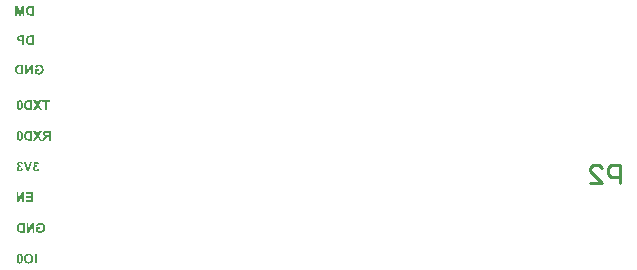
<source format=gbo>
G04*
G04 #@! TF.GenerationSoftware,Altium Limited,Altium Designer,21.0.9 (235)*
G04*
G04 Layer_Color=32896*
%FSTAX24Y24*%
%MOIN*%
G70*
G04*
G04 #@! TF.SameCoordinates,C81BF7DB-63EA-445F-9019-DF517AEC57AA*
G04*
G04*
G04 #@! TF.FilePolarity,Positive*
G04*
G01*
G75*
%ADD13C,0.0100*%
G36*
X026461Y024656D02*
X026402D01*
Y024866D01*
X026272Y024656D01*
X026207D01*
Y024975D01*
X026267D01*
Y02476D01*
X026399Y024975D01*
X026461D01*
Y024656D01*
D02*
G37*
G36*
X026678Y024981D02*
X026693Y024979D01*
X0267Y024978D01*
X026706Y024976D01*
X026712Y024975D01*
X026717Y024974D01*
X026722Y024972D01*
X026727Y02497D01*
X02673Y024969D01*
X026733Y024968D01*
X026735Y024967D01*
X026737Y024966D01*
X026738Y024965D01*
X026739D01*
X026753Y024957D01*
X026759Y024952D01*
X026765Y024947D01*
X02677Y024942D01*
X026775Y024937D01*
X02678Y024932D01*
X026784Y024927D01*
X026788Y024923D01*
X026791Y024919D01*
X026794Y024915D01*
X026796Y024912D01*
X026797Y024909D01*
X026799Y024907D01*
X026799Y024906D01*
X0268Y024905D01*
X026803Y024898D01*
X026806Y02489D01*
X026812Y024875D01*
X026815Y02486D01*
X026818Y024847D01*
X026818Y02484D01*
X026819Y024835D01*
X02682Y024829D01*
Y024825D01*
X02682Y024822D01*
Y024819D01*
Y024817D01*
Y024817D01*
X026819Y024799D01*
X026818Y024784D01*
X026814Y024769D01*
X026813Y024762D01*
X026811Y024756D01*
X026809Y024751D01*
X026808Y024746D01*
X026806Y024742D01*
X026805Y024738D01*
X026804Y024735D01*
X026803Y024733D01*
X026802Y024732D01*
Y024731D01*
X026794Y024717D01*
X026785Y024705D01*
X026776Y024695D01*
X026767Y024686D01*
X026763Y024683D01*
X026758Y024679D01*
X026755Y024677D01*
X026752Y024675D01*
X02675Y024673D01*
X026747Y024671D01*
X026746Y024671D01*
X026746Y024671D01*
X026739Y024667D01*
X026732Y024664D01*
X026716Y024659D01*
X026702Y024655D01*
X026688Y024653D01*
X026682Y024652D01*
X026676Y024651D01*
X026671Y02465D01*
X026666D01*
X026663Y02465D01*
X026658D01*
X026643Y02465D01*
X02663Y024652D01*
X026616Y024654D01*
X026605Y024657D01*
X026599Y024659D01*
X026595Y02466D01*
X026591Y024661D01*
X026587Y024662D01*
X026584Y024663D01*
X026582Y024664D01*
X026581Y024665D01*
X026581D01*
X026567Y02467D01*
X026555Y024676D01*
X026545Y024682D01*
X026536Y024687D01*
X02653Y024692D01*
X026527Y024694D01*
X026525Y024695D01*
X026524Y024697D01*
X026522Y024698D01*
X026521Y024699D01*
Y024827D01*
X02666D01*
Y024773D01*
X026587D01*
Y024732D01*
X026592Y024728D01*
X026598Y024724D01*
X026604Y024721D01*
X02661Y024718D01*
X026614Y024716D01*
X026618Y024714D01*
X026621Y024713D01*
X026621Y024713D01*
X026622D01*
X026629Y02471D01*
X026636Y024708D01*
X026643Y024707D01*
X026649Y024706D01*
X026655Y024705D01*
X026659Y024705D01*
X026662D01*
X02667Y024705D01*
X026677Y024706D01*
X026684Y024707D01*
X02669Y024709D01*
X026702Y024714D01*
X026706Y024716D01*
X026711Y024719D01*
X026715Y024722D01*
X026719Y024724D01*
X026721Y024727D01*
X026724Y024729D01*
X026726Y024731D01*
X026727Y024732D01*
X026728Y024733D01*
X026729Y024733D01*
X026733Y024739D01*
X026737Y024745D01*
X02674Y024752D01*
X026743Y024759D01*
X026748Y024773D01*
X026751Y024787D01*
X026751Y024793D01*
X026752Y0248D01*
X026753Y024805D01*
X026753Y02481D01*
X026754Y024814D01*
Y024817D01*
Y024819D01*
Y024819D01*
X026753Y024829D01*
X026753Y024838D01*
X026751Y024847D01*
X02675Y024854D01*
X026748Y024861D01*
X026746Y024868D01*
X026744Y024874D01*
X026741Y024879D01*
X026739Y024884D01*
X026737Y024888D01*
X026735Y024891D01*
X026733Y024894D01*
X026732Y024896D01*
X02673Y024898D01*
X02673Y024899D01*
X026729Y024899D01*
X026724Y024904D01*
X026719Y024908D01*
X026714Y024912D01*
X026708Y024915D01*
X026702Y024918D01*
X026697Y02492D01*
X026686Y024923D01*
X026681Y024924D01*
X026677Y024925D01*
X026672Y024926D01*
X026669Y024926D01*
X026666Y024926D01*
X026662D01*
X026652Y024926D01*
X026643Y024924D01*
X026635Y024922D01*
X026628Y02492D01*
X026623Y024917D01*
X026619Y024915D01*
X026617Y024913D01*
X026616Y024913D01*
X026609Y024907D01*
X026604Y024901D01*
X026599Y024895D01*
X026596Y024889D01*
X026593Y024884D01*
X026591Y024879D01*
X02659Y024877D01*
X02659Y024876D01*
Y024876D01*
X026526Y024888D01*
X026527Y024896D01*
X02653Y024903D01*
X026533Y02491D01*
X026537Y024917D01*
X02654Y024923D01*
X026544Y024929D01*
X026547Y024934D01*
X026551Y024938D01*
X026555Y024943D01*
X026558Y024946D01*
X026561Y02495D01*
X026563Y024952D01*
X026566Y024954D01*
X026568Y024956D01*
X026569Y024956D01*
X026569Y024957D01*
X026575Y024961D01*
X026582Y024965D01*
X02659Y024968D01*
X026598Y024971D01*
X026613Y024975D01*
X026628Y024978D01*
X026635Y02498D01*
X026641Y02498D01*
X026647Y024981D01*
X026652Y024981D01*
X026656Y024981D01*
X026662D01*
X026678Y024981D01*
D02*
G37*
G36*
X026139Y024656D02*
X026018D01*
X026005Y024656D01*
X025994Y024657D01*
X025984Y024658D01*
X025976Y024659D01*
X02597Y02466D01*
X025965Y024661D01*
X025963Y024662D01*
X025962D01*
X025961Y024662D01*
X025961D01*
X025951Y024666D01*
X025942Y02467D01*
X025934Y024674D01*
X025928Y024678D01*
X025923Y024682D01*
X025919Y024685D01*
X025917Y024687D01*
X025916Y024688D01*
X025908Y024696D01*
X025901Y024706D01*
X025895Y024715D01*
X02589Y024724D01*
X025887Y024732D01*
X025885Y024736D01*
X025884Y024738D01*
X025883Y024741D01*
X025882Y024743D01*
X025882Y024744D01*
Y024744D01*
X025878Y024756D01*
X025876Y024767D01*
X025874Y024778D01*
X025873Y024789D01*
X025872Y024794D01*
X025872Y024799D01*
Y024802D01*
X025871Y024806D01*
Y024809D01*
Y024811D01*
Y024812D01*
Y024812D01*
X025872Y024829D01*
X025873Y024843D01*
X025874Y02485D01*
X025875Y024856D01*
X025876Y024862D01*
X025876Y024867D01*
X025878Y024871D01*
X025879Y024876D01*
X02588Y024879D01*
X02588Y024882D01*
X025881Y024884D01*
X025882Y024886D01*
X025882Y024887D01*
Y024888D01*
X025886Y024899D01*
X025891Y024909D01*
X025896Y024918D01*
X025901Y024925D01*
X025906Y024931D01*
X025909Y024936D01*
X025912Y024938D01*
X025912Y024939D01*
X025912D01*
X02592Y024947D01*
X025928Y024953D01*
X025937Y024958D01*
X025944Y024962D01*
X02595Y024965D01*
X025956Y024968D01*
X025958Y024968D01*
X025959Y024969D01*
X02596Y024969D01*
X025961D01*
X025969Y024971D01*
X025979Y024973D01*
X025989Y024974D01*
X025999Y024975D01*
X026008Y024975D01*
X026011Y024975D01*
X026139D01*
Y024656D01*
D02*
G37*
G36*
X026537Y02702D02*
X026546Y027019D01*
X026554Y027017D01*
X026561Y027016D01*
X026567Y027014D01*
X026571Y027012D01*
X026574Y027011D01*
X026575Y02701D01*
X026575D01*
X026582Y027006D01*
X026589Y027002D01*
X026595Y026997D01*
X026599Y026993D01*
X026603Y026989D01*
X026606Y026986D01*
X026608Y026984D01*
X026608Y026983D01*
X026612Y026976D01*
X026616Y026968D01*
X026619Y026961D01*
X026622Y026953D01*
X026623Y026946D01*
X026625Y026941D01*
X026625Y026939D01*
Y026937D01*
X026626Y026937D01*
Y026936D01*
X026569Y026927D01*
X026568Y026934D01*
X026566Y026941D01*
X026564Y026946D01*
X026562Y02695D01*
X02656Y026954D01*
X026558Y026957D01*
X026556Y026958D01*
X026556Y026959D01*
X026552Y026962D01*
X026547Y026965D01*
X026543Y026967D01*
X026538Y026968D01*
X026535Y026969D01*
X026532Y02697D01*
X026529D01*
X026524Y026969D01*
X026518Y026968D01*
X026514Y026967D01*
X02651Y026965D01*
X026507Y026963D01*
X026505Y026962D01*
X026504Y026961D01*
X026503Y02696D01*
X0265Y026956D01*
X026498Y026952D01*
X026496Y026948D01*
X026495Y026944D01*
X026494Y02694D01*
X026494Y026937D01*
Y026935D01*
Y026934D01*
X026494Y026927D01*
X026496Y026921D01*
X026498Y026916D01*
X0265Y026912D01*
X026503Y026908D01*
X026505Y026906D01*
X026507Y026904D01*
X026507Y026904D01*
X026513Y0269D01*
X026519Y026897D01*
X026525Y026895D01*
X026531Y026894D01*
X026537Y026894D01*
X026541Y026893D01*
X026545D01*
X026552Y026844D01*
X026546Y026845D01*
X026541Y026846D01*
X026536Y026847D01*
X026532Y026848D01*
X026528Y026848D01*
X026524D01*
X026517Y026848D01*
X026512Y026846D01*
X026507Y026844D01*
X026502Y026841D01*
X026499Y026839D01*
X026496Y026837D01*
X026494Y026835D01*
X026494Y026834D01*
X02649Y026829D01*
X026486Y026823D01*
X026484Y026817D01*
X026482Y026811D01*
X026481Y026805D01*
X026481Y026801D01*
Y026798D01*
Y026798D01*
Y026798D01*
X026481Y026789D01*
X026483Y026781D01*
X026485Y026774D01*
X026487Y026768D01*
X02649Y026764D01*
X026492Y026761D01*
X026494Y026759D01*
X026494Y026758D01*
X026499Y026754D01*
X026505Y02675D01*
X02651Y026748D01*
X026515Y026746D01*
X02652Y026745D01*
X026523Y026744D01*
X026525Y026744D01*
X026526D01*
X026532Y026744D01*
X026538Y026746D01*
X026543Y026748D01*
X026548Y02675D01*
X026551Y026752D01*
X026554Y026754D01*
X026556Y026755D01*
X026556Y026755D01*
X02656Y026761D01*
X026564Y026766D01*
X026566Y026772D01*
X026569Y026778D01*
X02657Y026783D01*
X026571Y026787D01*
X026571Y02679D01*
Y02679D01*
Y026791D01*
X02663Y026783D01*
X02663Y026776D01*
X026628Y026769D01*
X026623Y026756D01*
X026618Y026745D01*
X026615Y02674D01*
X026612Y026736D01*
X02661Y026731D01*
X026607Y026728D01*
X026605Y026725D01*
X026602Y026723D01*
X0266Y026721D01*
X026599Y026719D01*
X026598Y026719D01*
X026598Y026718D01*
X026592Y026714D01*
X026586Y02671D01*
X026581Y026706D01*
X026574Y026704D01*
X026562Y026699D01*
X026551Y026696D01*
X026545Y026695D01*
X026541Y026694D01*
X026537Y026694D01*
X026533Y026694D01*
X02653Y026693D01*
X026526D01*
X026517Y026694D01*
X026509Y026694D01*
X026502Y026696D01*
X026494Y026698D01*
X026488Y0267D01*
X026481Y026702D01*
X026475Y026705D01*
X02647Y026708D01*
X026465Y026711D01*
X026461Y026713D01*
X026458Y026716D01*
X026454Y026718D01*
X026452Y02672D01*
X02645Y026721D01*
X026449Y026722D01*
X026449Y026723D01*
X026443Y026728D01*
X026439Y026734D01*
X026435Y02674D01*
X026431Y026746D01*
X026428Y026753D01*
X026425Y026759D01*
X026422Y02677D01*
X026421Y026775D01*
X02642Y02678D01*
X026419Y026784D01*
X026418Y026788D01*
X026418Y026791D01*
Y026793D01*
Y026794D01*
Y026795D01*
X026419Y026805D01*
X026421Y026815D01*
X026423Y026823D01*
X026426Y02683D01*
X026429Y026836D01*
X026432Y02684D01*
X026434Y026843D01*
X026435Y026844D01*
X026441Y026851D01*
X026448Y026857D01*
X026456Y026862D01*
X026463Y026865D01*
X026469Y026868D01*
X026474Y02687D01*
X026476Y026871D01*
X026477D01*
X026478Y026871D01*
X026478D01*
X02647Y026876D01*
X026463Y026881D01*
X026457Y026887D01*
X026452Y026892D01*
X026447Y026898D01*
X026443Y026903D01*
X026441Y026909D01*
X026438Y026914D01*
X026436Y026919D01*
X026435Y026924D01*
X026434Y026928D01*
X026433Y026931D01*
X026433Y026934D01*
X026432Y026937D01*
Y026938D01*
Y026938D01*
X026433Y026944D01*
X026433Y026949D01*
X026436Y026959D01*
X026439Y026968D01*
X026443Y026976D01*
X026447Y026983D01*
X026451Y026987D01*
X026453Y026989D01*
X026454Y026991D01*
X026454Y026991D01*
X026455Y026992D01*
X02646Y026997D01*
X026466Y027001D01*
X026471Y027005D01*
X026477Y027008D01*
X026484Y027011D01*
X02649Y027014D01*
X026502Y027017D01*
X026507Y027018D01*
X026512Y027019D01*
X026516Y02702D01*
X02652Y02702D01*
X026523Y027021D01*
X026527D01*
X026537Y02702D01*
D02*
G37*
G36*
X025991D02*
X025999Y027019D01*
X026008Y027017D01*
X026015Y027016D01*
X02602Y027014D01*
X026025Y027012D01*
X026028Y027011D01*
X026028Y02701D01*
X026028D01*
X026036Y027006D01*
X026043Y027002D01*
X026048Y026997D01*
X026053Y026993D01*
X026057Y026989D01*
X026059Y026986D01*
X026061Y026984D01*
X026062Y026983D01*
X026066Y026976D01*
X02607Y026968D01*
X026072Y026961D01*
X026075Y026953D01*
X026077Y026946D01*
X026078Y026941D01*
X026079Y026939D01*
Y026937D01*
X026079Y026937D01*
Y026936D01*
X026023Y026927D01*
X026021Y026934D01*
X02602Y026941D01*
X026018Y026946D01*
X026016Y02695D01*
X026013Y026954D01*
X026011Y026957D01*
X02601Y026958D01*
X026009Y026959D01*
X026005Y026962D01*
X026001Y026965D01*
X025996Y026967D01*
X025992Y026968D01*
X025988Y026969D01*
X025985Y02697D01*
X025983D01*
X025977Y026969D01*
X025972Y026968D01*
X025967Y026967D01*
X025964Y026965D01*
X025961Y026963D01*
X025959Y026962D01*
X025957Y026961D01*
X025957Y02696D01*
X025954Y026956D01*
X025951Y026952D01*
X025949Y026948D01*
X025949Y026944D01*
X025948Y02694D01*
X025947Y026937D01*
Y026935D01*
Y026934D01*
X025948Y026927D01*
X025949Y026921D01*
X025951Y026916D01*
X025954Y026912D01*
X025956Y026908D01*
X025958Y026906D01*
X02596Y026904D01*
X025961Y026904D01*
X025966Y0269D01*
X025972Y026897D01*
X025979Y026895D01*
X025985Y026894D01*
X02599Y026894D01*
X025995Y026893D01*
X025999D01*
X026005Y026844D01*
X025999Y026845D01*
X025994Y026846D01*
X025989Y026847D01*
X025985Y026848D01*
X025982Y026848D01*
X025977D01*
X025971Y026848D01*
X025965Y026846D01*
X02596Y026844D01*
X025955Y026841D01*
X025952Y026839D01*
X025949Y026837D01*
X025948Y026835D01*
X025947Y026834D01*
X025943Y026829D01*
X02594Y026823D01*
X025937Y026817D01*
X025936Y026811D01*
X025935Y026805D01*
X025934Y026801D01*
Y026798D01*
Y026798D01*
Y026798D01*
X025935Y026789D01*
X025936Y026781D01*
X025938Y026774D01*
X025941Y026768D01*
X025943Y026764D01*
X025945Y026761D01*
X025947Y026759D01*
X025948Y026758D01*
X025953Y026754D01*
X025958Y02675D01*
X025963Y026748D01*
X025968Y026746D01*
X025973Y026745D01*
X025976Y026744D01*
X025979Y026744D01*
X025979D01*
X025986Y026744D01*
X025991Y026746D01*
X025997Y026748D01*
X026001Y02675D01*
X026004Y026752D01*
X026007Y026754D01*
X026009Y026755D01*
X026009Y026755D01*
X026014Y026761D01*
X026017Y026766D01*
X02602Y026772D01*
X026022Y026778D01*
X026023Y026783D01*
X026024Y026787D01*
X026025Y02679D01*
Y02679D01*
Y026791D01*
X026084Y026783D01*
X026083Y026776D01*
X026081Y026769D01*
X026077Y026756D01*
X026072Y026745D01*
X026069Y02674D01*
X026066Y026736D01*
X026063Y026731D01*
X02606Y026728D01*
X026058Y026725D01*
X026056Y026723D01*
X026054Y026721D01*
X026052Y026719D01*
X026052Y026719D01*
X026051Y026718D01*
X026046Y026714D01*
X02604Y02671D01*
X026034Y026706D01*
X026028Y026704D01*
X026016Y026699D01*
X026004Y026696D01*
X025999Y026695D01*
X025994Y026694D01*
X02599Y026694D01*
X025986Y026694D01*
X025983Y026693D01*
X025979D01*
X025971Y026694D01*
X025962Y026694D01*
X025955Y026696D01*
X025948Y026698D01*
X025941Y0267D01*
X025935Y026702D01*
X025929Y026705D01*
X025924Y026708D01*
X025919Y026711D01*
X025914Y026713D01*
X025911Y026716D01*
X025908Y026718D01*
X025906Y02672D01*
X025904Y026721D01*
X025903Y026722D01*
X025902Y026723D01*
X025897Y026728D01*
X025892Y026734D01*
X025888Y02674D01*
X025884Y026746D01*
X025882Y026753D01*
X025879Y026759D01*
X025875Y02677D01*
X025874Y026775D01*
X025873Y02678D01*
X025872Y026784D01*
X025872Y026788D01*
X025871Y026791D01*
Y026793D01*
Y026794D01*
Y026795D01*
X025872Y026805D01*
X025874Y026815D01*
X025876Y026823D01*
X02588Y02683D01*
X025883Y026836D01*
X025885Y02684D01*
X025887Y026843D01*
X025888Y026844D01*
X025894Y026851D01*
X025902Y026857D01*
X025909Y026862D01*
X025916Y026865D01*
X025922Y026868D01*
X025927Y02687D01*
X025929Y026871D01*
X02593D01*
X025931Y026871D01*
X025932D01*
X025924Y026876D01*
X025917Y026881D01*
X025911Y026887D01*
X025905Y026892D01*
X0259Y026898D01*
X025897Y026903D01*
X025894Y026909D01*
X025891Y026914D01*
X025889Y026919D01*
X025888Y026924D01*
X025887Y026928D01*
X025887Y026931D01*
X025886Y026934D01*
X025886Y026937D01*
Y026938D01*
Y026938D01*
X025886Y026944D01*
X025887Y026949D01*
X025889Y026959D01*
X025893Y026968D01*
X025897Y026976D01*
X025901Y026983D01*
X025905Y026987D01*
X025906Y026989D01*
X025907Y026991D01*
X025908Y026991D01*
X025908Y026992D01*
X025913Y026997D01*
X025919Y027001D01*
X025925Y027005D01*
X025931Y027008D01*
X025937Y027011D01*
X025943Y027014D01*
X025955Y027017D01*
X02596Y027018D01*
X025965Y027019D01*
X025969Y02702D01*
X025973Y02702D01*
X025977Y027021D01*
X025981D01*
X025991Y02702D01*
D02*
G37*
G36*
X026284Y026699D02*
X026214D01*
X026101Y027019D01*
X026169D01*
X026247Y026782D01*
X026329Y027019D01*
X026398D01*
X026284Y026699D01*
D02*
G37*
G36*
X02613Y03189D02*
X026071D01*
Y032141D01*
X026008Y03189D01*
X025946D01*
X025883Y032141D01*
X025882Y03189D01*
X025823D01*
Y032209D01*
X02592D01*
X025977Y031991D01*
X026034Y032209D01*
X02613D01*
Y03189D01*
D02*
G37*
G36*
X026452D02*
X026331D01*
X026318Y03189D01*
X026307Y031891D01*
X026297Y031892D01*
X026289Y031893D01*
X026283Y031894D01*
X026278Y031895D01*
X026276Y031896D01*
X026275D01*
X026275Y031896D01*
X026274D01*
X026264Y0319D01*
X026255Y031904D01*
X026247Y031908D01*
X026241Y031912D01*
X026236Y031916D01*
X026232Y031919D01*
X02623Y031921D01*
X026229Y031922D01*
X026221Y03193D01*
X026214Y03194D01*
X026208Y031949D01*
X026203Y031958D01*
X0262Y031966D01*
X026198Y03197D01*
X026197Y031972D01*
X026196Y031975D01*
X026195Y031977D01*
X026195Y031978D01*
Y031978D01*
X026191Y03199D01*
X026189Y032001D01*
X026187Y032012D01*
X026186Y032023D01*
X026185Y032028D01*
X026185Y032033D01*
Y032036D01*
X026184Y03204D01*
Y032043D01*
Y032045D01*
Y032046D01*
Y032046D01*
X026185Y032063D01*
X026186Y032077D01*
X026187Y032084D01*
X026188Y03209D01*
X026189Y032096D01*
X02619Y032101D01*
X026191Y032106D01*
X026192Y03211D01*
X026193Y032113D01*
X026193Y032116D01*
X026194Y032118D01*
X026195Y03212D01*
X026195Y032121D01*
Y032122D01*
X026199Y032133D01*
X026204Y032143D01*
X026209Y032152D01*
X026214Y032159D01*
X026219Y032165D01*
X026222Y03217D01*
X026225Y032173D01*
X026225Y032173D01*
X026226D01*
X026233Y032181D01*
X026241Y032187D01*
X02625Y032192D01*
X026257Y032196D01*
X026263Y032199D01*
X026269Y032202D01*
X026271Y032202D01*
X026272Y032203D01*
X026273Y032203D01*
X026274D01*
X026282Y032205D01*
X026292Y032207D01*
X026302Y032208D01*
X026312Y032209D01*
X026321Y032209D01*
X026324Y032209D01*
X026452D01*
Y03189D01*
D02*
G37*
G36*
Y030906D02*
X026331D01*
X026318Y030906D01*
X026307Y030906D01*
X026297Y030907D01*
X026289Y030909D01*
X026283Y03091D01*
X026278Y030911D01*
X026276Y030912D01*
X026275D01*
X026275Y030912D01*
X026274D01*
X026264Y030916D01*
X026255Y03092D01*
X026247Y030924D01*
X026241Y030928D01*
X026236Y030932D01*
X026232Y030935D01*
X02623Y030936D01*
X026229Y030937D01*
X026221Y030946D01*
X026214Y030955D01*
X026208Y030965D01*
X026203Y030974D01*
X0262Y030982D01*
X026198Y030985D01*
X026197Y030988D01*
X026196Y030991D01*
X026195Y030993D01*
X026195Y030994D01*
Y030994D01*
X026191Y031005D01*
X026189Y031017D01*
X026187Y031028D01*
X026186Y031039D01*
X026185Y031044D01*
X026185Y031048D01*
Y031052D01*
X026184Y031056D01*
Y031058D01*
Y03106D01*
Y031062D01*
Y031062D01*
X026185Y031078D01*
X026186Y031093D01*
X026187Y0311D01*
X026188Y031106D01*
X026189Y031112D01*
X02619Y031117D01*
X026191Y031121D01*
X026192Y031125D01*
X026193Y031129D01*
X026193Y031132D01*
X026194Y031134D01*
X026195Y031136D01*
X026195Y031137D01*
Y031137D01*
X026199Y031149D01*
X026204Y031159D01*
X026209Y031167D01*
X026214Y031175D01*
X026219Y031181D01*
X026222Y031185D01*
X026225Y031188D01*
X026225Y031189D01*
X026226D01*
X026233Y031197D01*
X026241Y031203D01*
X02625Y031208D01*
X026257Y031212D01*
X026263Y031215D01*
X026269Y031217D01*
X026271Y031218D01*
X026272Y031218D01*
X026273Y031219D01*
X026274D01*
X026282Y031221D01*
X026292Y031222D01*
X026302Y031224D01*
X026312Y031224D01*
X026321Y031225D01*
X026324Y031225D01*
X026452D01*
Y030906D01*
D02*
G37*
G36*
X026129D02*
X026065D01*
Y031026D01*
X026008D01*
X026001Y031027D01*
X025994D01*
X025988Y031027D01*
X025983Y031027D01*
X025977Y031028D01*
X025973Y031028D01*
X025969D01*
X025966Y031029D01*
X025963Y031029D01*
X02596Y03103D01*
X025959D01*
X025957Y03103D01*
X025956D01*
X02595Y031032D01*
X025944Y031034D01*
X025938Y031037D01*
X025933Y031039D01*
X025929Y031042D01*
X025926Y031044D01*
X025924Y031045D01*
X025923Y031045D01*
X025917Y03105D01*
X025912Y031055D01*
X025907Y031061D01*
X025903Y031065D01*
X0259Y03107D01*
X025898Y031074D01*
X025896Y031076D01*
X025896Y031077D01*
X025892Y031085D01*
X025889Y031093D01*
X025887Y031102D01*
X025886Y03111D01*
X025885Y031116D01*
Y031119D01*
X025885Y031122D01*
Y031124D01*
Y031125D01*
Y031126D01*
Y031127D01*
X025886Y03114D01*
X025887Y031153D01*
X025891Y031163D01*
X025894Y031172D01*
X025896Y031176D01*
X025898Y031179D01*
X025899Y031182D01*
X025901Y031185D01*
X025902Y031186D01*
X025903Y031188D01*
X025904Y031188D01*
Y031189D01*
X025911Y031197D01*
X025918Y031204D01*
X025926Y03121D01*
X025933Y031214D01*
X02594Y031216D01*
X025945Y031219D01*
X025947Y031219D01*
X025948Y03122D01*
X025949Y03122D01*
X025949D01*
X025953Y031221D01*
X025958Y031222D01*
X025963Y031222D01*
X025969Y031223D01*
X025982Y031224D01*
X025995Y031225D01*
X026007D01*
X026012Y031225D01*
X026129D01*
Y030906D01*
D02*
G37*
G36*
X026608Y027889D02*
X026718Y027723D01*
X026641D01*
X026569Y027831D01*
X026499Y027723D01*
X026421D01*
X026531Y027889D01*
X026431Y028042D01*
X026506D01*
X026569Y027947D01*
X026633Y028042D01*
X026708D01*
X026608Y027889D01*
D02*
G37*
G36*
X027008Y027723D02*
X026943D01*
Y027856D01*
X026922D01*
X026916Y027856D01*
X02691Y027855D01*
X026906Y027854D01*
X026902Y027854D01*
X0269Y027853D01*
X026898Y027852D01*
X026898D01*
X026894Y027851D01*
X026891Y027849D01*
X026887Y027846D01*
X026884Y027845D01*
X026882Y027842D01*
X02688Y02784D01*
X026879Y02784D01*
X026879Y027839D01*
X026877Y027837D01*
X026874Y027834D01*
X026869Y027828D01*
X026864Y02782D01*
X026858Y027812D01*
X026853Y027804D01*
X02685Y027801D01*
X026848Y027798D01*
X026847Y027796D01*
X026845Y027794D01*
X026845Y027792D01*
X026844Y027792D01*
X026798Y027723D01*
X026721D01*
X02676Y027785D01*
X026764Y027791D01*
X026768Y027798D01*
X026772Y027803D01*
X026775Y027809D01*
X026779Y027813D01*
X026781Y027818D01*
X026787Y027825D01*
X026791Y02783D01*
X026794Y027834D01*
X026796Y027836D01*
X026797Y027837D01*
X026802Y027842D01*
X026808Y027847D01*
X026813Y027852D01*
X026819Y027856D01*
X026824Y027859D01*
X026827Y027861D01*
X02683Y027863D01*
X02683Y027864D01*
X026831D01*
X026823Y027865D01*
X026816Y027867D01*
X02681Y027869D01*
X026803Y027871D01*
X026798Y027873D01*
X026793Y027876D01*
X026788Y027878D01*
X026783Y027881D01*
X02678Y027883D01*
X026776Y027885D01*
X026774Y027888D01*
X026772Y027889D01*
X02677Y027891D01*
X026769Y027892D01*
X026768Y027893D01*
X026768Y027893D01*
X026764Y027898D01*
X026761Y027902D01*
X026755Y027913D01*
X026751Y027922D01*
X026749Y027932D01*
X026747Y02794D01*
X026747Y027943D01*
Y027947D01*
X026746Y027949D01*
Y027951D01*
Y027952D01*
Y027953D01*
X026747Y027963D01*
X026749Y027973D01*
X026751Y027981D01*
X026753Y027988D01*
X026756Y027994D01*
X026758Y027999D01*
X026759Y028D01*
X02676Y028002D01*
X026761Y028002D01*
Y028003D01*
X026766Y02801D01*
X026772Y028017D01*
X026778Y028022D01*
X026784Y028027D01*
X02679Y028029D01*
X026794Y028032D01*
X026797Y028033D01*
X026797Y028034D01*
X026798D01*
X026802Y028035D01*
X026807Y028036D01*
X026819Y028039D01*
X026831Y02804D01*
X026843Y028041D01*
X026849D01*
X026854Y028042D01*
X02686D01*
X026864Y028042D01*
X027008D01*
Y027723D01*
D02*
G37*
G36*
X026387D02*
X026266D01*
X026254Y027723D01*
X026242Y027724D01*
X026233Y027724D01*
X026225Y027726D01*
X026218Y027727D01*
X026213Y027728D01*
X026212Y027729D01*
X02621D01*
X02621Y027729D01*
X02621D01*
X026199Y027733D01*
X02619Y027737D01*
X026183Y027741D01*
X026176Y027745D01*
X026171Y027749D01*
X026168Y027752D01*
X026165Y027754D01*
X026164Y027755D01*
X026156Y027763D01*
X026149Y027773D01*
X026143Y027782D01*
X026139Y027791D01*
X026135Y027799D01*
X026133Y027803D01*
X026132Y027805D01*
X026131Y027808D01*
X026131Y02781D01*
X02613Y027811D01*
Y027811D01*
X026127Y027822D01*
X026124Y027834D01*
X026122Y027845D01*
X026121Y027856D01*
X026121Y027861D01*
X02612Y027865D01*
Y027869D01*
X02612Y027873D01*
Y027876D01*
Y027877D01*
Y027879D01*
Y027879D01*
X02612Y027895D01*
X026122Y02791D01*
X026122Y027917D01*
X026123Y027923D01*
X026124Y027929D01*
X026125Y027934D01*
X026126Y027938D01*
X026127Y027943D01*
X026128Y027946D01*
X026129Y027949D01*
X02613Y027951D01*
X02613Y027953D01*
X026131Y027954D01*
Y027955D01*
X026135Y027966D01*
X02614Y027976D01*
X026145Y027985D01*
X02615Y027992D01*
X026154Y027998D01*
X026158Y028003D01*
X02616Y028005D01*
X026161Y028006D01*
X026161D01*
X026169Y028014D01*
X026177Y02802D01*
X026185Y028025D01*
X026192Y028029D01*
X026199Y028032D01*
X026204Y028034D01*
X026206Y028035D01*
X026208Y028035D01*
X026209Y028036D01*
X026209D01*
X026218Y028038D01*
X026228Y02804D01*
X026238Y028041D01*
X026247Y028041D01*
X026256Y028042D01*
X02626Y028042D01*
X026387D01*
Y027723D01*
D02*
G37*
G36*
X025984Y028044D02*
X025991Y028043D01*
X025999Y028041D01*
X026006Y028039D01*
X026013Y028036D01*
X026019Y028034D01*
X026024Y028031D01*
X026029Y028028D01*
X026033Y028024D01*
X026037Y028022D01*
X02604Y028019D01*
X026043Y028016D01*
X026045Y028014D01*
X026046Y028012D01*
X026047Y028011D01*
X026048Y028011D01*
X026053Y028003D01*
X026058Y027994D01*
X026062Y027984D01*
X026066Y027974D01*
X026069Y027963D01*
X026071Y027952D01*
X026073Y027942D01*
X026075Y027931D01*
X026076Y027921D01*
X026077Y027912D01*
X026078Y027903D01*
X026078Y027895D01*
X026079Y027889D01*
Y027885D01*
Y027883D01*
Y027882D01*
Y027881D01*
Y027881D01*
X026078Y027864D01*
X026077Y027849D01*
X026076Y027834D01*
X026074Y027822D01*
X026072Y02781D01*
X02607Y027799D01*
X026067Y02779D01*
X026064Y027782D01*
X026062Y027775D01*
X026059Y027768D01*
X026057Y027763D01*
X026055Y027759D01*
X026053Y027756D01*
X026052Y027754D01*
X026051Y027753D01*
X026051Y027752D01*
X026045Y027746D01*
X026039Y027741D01*
X026033Y027736D01*
X026027Y027732D01*
X026021Y027728D01*
X026014Y027725D01*
X026008Y027723D01*
X026002Y027721D01*
X025997Y027719D01*
X025991Y027718D01*
X025987Y027718D01*
X025983Y027717D01*
X02598D01*
X025977Y027717D01*
X025975D01*
X025967Y027717D01*
X025959Y027718D01*
X025951Y02772D01*
X025944Y027722D01*
X025938Y027724D01*
X025932Y027727D01*
X025927Y02773D01*
X025922Y027733D01*
X025918Y027736D01*
X025913Y027739D01*
X02591Y027742D01*
X025907Y027744D01*
X025906Y027746D01*
X025904Y027748D01*
X025903Y027749D01*
X025903Y027749D01*
X025897Y027757D01*
X025893Y027767D01*
X025888Y027776D01*
X025885Y027787D01*
X025882Y027797D01*
X025879Y027808D01*
X025877Y027819D01*
X025875Y02783D01*
X025874Y02784D01*
X025873Y027849D01*
X025872Y027858D01*
X025872Y027865D01*
X025871Y027871D01*
Y027876D01*
Y027878D01*
Y027879D01*
Y02788D01*
Y02788D01*
X025872Y027897D01*
X025873Y027912D01*
X025874Y027926D01*
X025876Y027939D01*
X025879Y027951D01*
X025881Y027961D01*
X025884Y027971D01*
X025887Y02798D01*
X02589Y027987D01*
X025893Y027993D01*
X025895Y027999D01*
X025898Y028004D01*
X0259Y028007D01*
X025901Y028009D01*
X025902Y02801D01*
X025903Y028011D01*
X025908Y028017D01*
X025913Y028022D01*
X025919Y028026D01*
X025925Y02803D01*
X025931Y028034D01*
X025937Y028036D01*
X025943Y028038D01*
X025949Y02804D01*
X025955Y028041D01*
X025959Y028042D01*
X025964Y028043D01*
X025967Y028044D01*
X025971Y028044D01*
X025975D01*
X025984Y028044D01*
D02*
G37*
G36*
X026413Y029927D02*
X026353D01*
Y030138D01*
X026223Y029927D01*
X026159D01*
Y030247D01*
X026218D01*
Y030032D01*
X02635Y030247D01*
X026413D01*
Y029927D01*
D02*
G37*
G36*
X02663Y030253D02*
X026645Y030251D01*
X026651Y030249D01*
X026658Y030248D01*
X026664Y030247D01*
X026669Y030245D01*
X026673Y030243D01*
X026678Y030242D01*
X026681Y03024D01*
X026684Y03024D01*
X026687Y030238D01*
X026688Y030238D01*
X026689Y030237D01*
X02669D01*
X026704Y030228D01*
X02671Y030223D01*
X026716Y030219D01*
X026722Y030214D01*
X026727Y030209D01*
X026731Y030204D01*
X026736Y030199D01*
X026739Y030194D01*
X026742Y03019D01*
X026745Y030186D01*
X026747Y030183D01*
X026749Y03018D01*
X02675Y030179D01*
X02675Y030177D01*
X026751Y030177D01*
X026755Y030169D01*
X026758Y030162D01*
X026763Y030147D01*
X026767Y030131D01*
X026769Y030118D01*
X02677Y030112D01*
X026771Y030106D01*
X026771Y030101D01*
Y030096D01*
X026772Y030093D01*
Y03009D01*
Y030089D01*
Y030088D01*
X026771Y030071D01*
X026769Y030055D01*
X026766Y030041D01*
X026764Y030034D01*
X026762Y030028D01*
X026761Y030022D01*
X026759Y030017D01*
X026757Y030013D01*
X026756Y03001D01*
X026755Y030007D01*
X026754Y030004D01*
X026753Y030003D01*
Y030003D01*
X026745Y029989D01*
X026737Y029977D01*
X026727Y029966D01*
X026718Y029958D01*
X026714Y029954D01*
X02671Y029951D01*
X026707Y029948D01*
X026703Y029946D01*
X026701Y029944D01*
X026699Y029943D01*
X026698Y029943D01*
X026697Y029942D01*
X02669Y029938D01*
X026683Y029935D01*
X026668Y02993D01*
X026653Y029926D01*
X02664Y029924D01*
X026633Y029923D01*
X026628Y029922D01*
X026622Y029922D01*
X026618D01*
X026615Y029921D01*
X026609D01*
X026595Y029922D01*
X026581Y029924D01*
X026567Y029926D01*
X026556Y029929D01*
X026551Y02993D01*
X026546Y029931D01*
X026542Y029933D01*
X026538Y029934D01*
X026536Y029935D01*
X026534Y029936D01*
X026532Y029936D01*
X026532D01*
X026518Y029942D01*
X026506Y029948D01*
X026496Y029954D01*
X026488Y029959D01*
X026481Y029963D01*
X026479Y029965D01*
X026476Y029967D01*
X026475Y029968D01*
X026474Y029969D01*
X026473Y02997D01*
Y030099D01*
X026612D01*
Y030045D01*
X026538D01*
Y030003D01*
X026543Y029999D01*
X026549Y029996D01*
X026555Y029992D01*
X026561Y02999D01*
X026566Y029987D01*
X02657Y029985D01*
X026572Y029985D01*
X026573Y029984D01*
X026573D01*
X02658Y029981D01*
X026588Y029979D01*
X026595Y029978D01*
X026601Y029977D01*
X026606Y029977D01*
X02661Y029976D01*
X026614D01*
X026621Y029977D01*
X026628Y029978D01*
X026635Y029979D01*
X026641Y029981D01*
X026653Y029985D01*
X026658Y029988D01*
X026662Y029991D01*
X026666Y029993D01*
X02667Y029996D01*
X026673Y029998D01*
X026676Y03D01*
X026677Y030002D01*
X026679Y030003D01*
X02668Y030004D01*
X02668Y030005D01*
X026684Y03001D01*
X026688Y030017D01*
X026692Y030023D01*
X026695Y03003D01*
X026699Y030045D01*
X026702Y030058D01*
X026703Y030065D01*
X026704Y030071D01*
X026704Y030076D01*
X026705Y030082D01*
X026705Y030085D01*
Y030089D01*
Y03009D01*
Y030091D01*
X026705Y030101D01*
X026704Y030109D01*
X026703Y030118D01*
X026701Y030126D01*
X0267Y030133D01*
X026697Y030139D01*
X026695Y030145D01*
X026693Y030151D01*
X026691Y030155D01*
X026688Y03016D01*
X026686Y030163D01*
X026684Y030166D01*
X026683Y030168D01*
X026682Y030169D01*
X026681Y03017D01*
X026681Y030171D01*
X026676Y030175D01*
X02667Y03018D01*
X026665Y030183D01*
X026659Y030186D01*
X026654Y030189D01*
X026648Y030192D01*
X026638Y030195D01*
X026633Y030196D01*
X026628Y030197D01*
X026624Y030197D01*
X02662Y030198D01*
X026617Y030198D01*
X026613D01*
X026603Y030198D01*
X026594Y030196D01*
X026586Y030194D01*
X026579Y030191D01*
X026574Y030189D01*
X02657Y030186D01*
X026568Y030185D01*
X026567Y030184D01*
X026561Y030179D01*
X026555Y030173D01*
X02655Y030167D01*
X026547Y030161D01*
X026544Y030155D01*
X026542Y030151D01*
X026542Y030148D01*
X026541Y030148D01*
Y030147D01*
X026477Y030159D01*
X026479Y030167D01*
X026482Y030175D01*
X026484Y030182D01*
X026488Y030188D01*
X026491Y030195D01*
X026495Y0302D01*
X026499Y030205D01*
X026502Y03021D01*
X026506Y030214D01*
X026509Y030218D01*
X026512Y030221D01*
X026515Y030223D01*
X026517Y030225D01*
X026519Y030227D01*
X02652Y030228D01*
X02652Y030228D01*
X026527Y030233D01*
X026534Y030236D01*
X026541Y03024D01*
X026549Y030242D01*
X026564Y030247D01*
X026579Y03025D01*
X026586Y030251D01*
X026592Y030252D01*
X026598Y030252D01*
X026603Y030253D01*
X026608Y030253D01*
X026613D01*
X02663Y030253D01*
D02*
G37*
G36*
X02609Y029927D02*
X025969D01*
X025957Y029928D01*
X025945Y029928D01*
X025935Y029929D01*
X025928Y029931D01*
X025921Y029932D01*
X025916Y029933D01*
X025915Y029933D01*
X025913D01*
X025913Y029934D01*
X025912D01*
X025902Y029937D01*
X025893Y029942D01*
X025886Y029946D01*
X025879Y02995D01*
X025874Y029954D01*
X02587Y029956D01*
X025868Y029958D01*
X025867Y029959D01*
X025859Y029968D01*
X025852Y029977D01*
X025846Y029987D01*
X025842Y029996D01*
X025838Y030004D01*
X025836Y030007D01*
X025835Y03001D01*
X025834Y030013D01*
X025833Y030015D01*
X025833Y030016D01*
Y030016D01*
X02583Y030027D01*
X025827Y030039D01*
X025825Y03005D01*
X025824Y03006D01*
X025824Y030065D01*
X025823Y03007D01*
Y030074D01*
X025823Y030077D01*
Y03008D01*
Y030082D01*
Y030083D01*
Y030084D01*
X025823Y0301D01*
X025825Y030114D01*
X025825Y030121D01*
X025826Y030127D01*
X025827Y030133D01*
X025828Y030138D01*
X025829Y030143D01*
X02583Y030147D01*
X025831Y030151D01*
X025831Y030154D01*
X025832Y030156D01*
X025833Y030158D01*
X025833Y030159D01*
Y030159D01*
X025837Y03017D01*
X025843Y03018D01*
X025848Y030189D01*
X025853Y030197D01*
X025857Y030203D01*
X025861Y030207D01*
X025863Y03021D01*
X025863Y030211D01*
X025864D01*
X025872Y030218D01*
X02588Y030224D01*
X025888Y030229D01*
X025895Y030234D01*
X025902Y030237D01*
X025907Y030239D01*
X025909Y03024D01*
X02591Y03024D01*
X025911Y03024D01*
X025912D01*
X025921Y030243D01*
X02593Y030244D01*
X025941Y030246D01*
X02595Y030246D01*
X025959Y030247D01*
X025963Y030247D01*
X02609D01*
Y029927D01*
D02*
G37*
G36*
X026539Y023628D02*
X026474D01*
Y023948D01*
X026539D01*
Y023628D01*
D02*
G37*
G36*
X026285Y023953D02*
X026299Y023952D01*
X02631Y02395D01*
X02632Y023947D01*
X026325Y023946D01*
X026329Y023945D01*
X026332Y023944D01*
X026335Y023943D01*
X026337Y023942D01*
X026339Y023941D01*
X02634Y023941D01*
X02634D01*
X026349Y023937D01*
X026356Y023933D01*
X026363Y023927D01*
X026369Y023923D01*
X026374Y023919D01*
X026379Y023915D01*
X026381Y023913D01*
X026381Y023912D01*
X026382Y023912D01*
X026388Y023904D01*
X026394Y023896D01*
X026399Y02389D01*
X026404Y023883D01*
X026407Y023877D01*
X02641Y023872D01*
X02641Y02387D01*
X026411Y023869D01*
X026411Y023868D01*
Y023868D01*
X026416Y023855D01*
X02642Y023841D01*
X026422Y023827D01*
X026424Y023814D01*
X026424Y023808D01*
X026425Y023803D01*
X026425Y023798D01*
Y023794D01*
X026426Y02379D01*
Y023788D01*
Y023786D01*
Y023786D01*
X026425Y023772D01*
X026424Y023758D01*
X026422Y023746D01*
X026419Y023734D01*
X026416Y023724D01*
X026412Y023714D01*
X026409Y023705D01*
X026405Y023697D01*
X026401Y023689D01*
X026397Y023683D01*
X026393Y023678D01*
X02639Y023673D01*
X026387Y02367D01*
X026386Y023667D01*
X026384Y023666D01*
X026384Y023665D01*
X026375Y023658D01*
X026367Y023651D01*
X026358Y023645D01*
X026348Y023641D01*
X026339Y023636D01*
X026329Y023633D01*
X02632Y02363D01*
X026311Y023628D01*
X026303Y023626D01*
X026295Y023624D01*
X026288Y023623D01*
X026282Y023623D01*
X026277Y023623D01*
X026274Y023622D01*
X026271D01*
X026258Y023623D01*
X026246Y023624D01*
X026234Y023626D01*
X026223Y023629D01*
X026213Y023632D01*
X026204Y023636D01*
X026196Y02364D01*
X026188Y023644D01*
X026181Y023648D01*
X026175Y023652D01*
X02617Y023655D01*
X026166Y023659D01*
X026162Y023661D01*
X02616Y023664D01*
X026159Y023665D01*
X026158Y023665D01*
X026151Y023674D01*
X026144Y023683D01*
X026138Y023693D01*
X026134Y023703D01*
X02613Y023713D01*
X026126Y023723D01*
X026123Y023733D01*
X026121Y023743D01*
X026119Y023752D01*
X026118Y023761D01*
X026117Y023768D01*
X026116Y023775D01*
Y02378D01*
X026116Y023784D01*
Y023787D01*
Y023787D01*
X026116Y023802D01*
X026118Y023815D01*
X026119Y023828D01*
X026122Y02384D01*
X026125Y02385D01*
X026129Y02386D01*
X026133Y02387D01*
X026137Y023878D01*
X026141Y023885D01*
X026145Y023891D01*
X026149Y023897D01*
X026152Y023902D01*
X026154Y023905D01*
X026156Y023908D01*
X026158Y023909D01*
X026158Y023909D01*
X026167Y023917D01*
X026175Y023924D01*
X026185Y02393D01*
X026194Y023935D01*
X026204Y023939D01*
X026213Y023943D01*
X026222Y023946D01*
X026231Y023948D01*
X026239Y02395D01*
X026247Y023951D01*
X026254Y023952D01*
X02626Y023953D01*
X026265D01*
X026268Y023954D01*
X026271D01*
X026285Y023953D01*
D02*
G37*
G36*
X025984Y023949D02*
X025991Y023948D01*
X025999Y023946D01*
X026006Y023945D01*
X026013Y023942D01*
X026019Y023939D01*
X026024Y023936D01*
X026029Y023933D01*
X026033Y02393D01*
X026037Y023927D01*
X02604Y023924D01*
X026043Y023921D01*
X026045Y02392D01*
X026046Y023918D01*
X026047Y023917D01*
X026048Y023916D01*
X026053Y023908D01*
X026058Y023899D01*
X026062Y02389D01*
X026066Y023879D01*
X026069Y023869D01*
X026071Y023858D01*
X026073Y023847D01*
X026075Y023836D01*
X026076Y023826D01*
X026077Y023817D01*
X026078Y023808D01*
X026078Y023801D01*
X026079Y023795D01*
Y02379D01*
Y023788D01*
Y023787D01*
Y023787D01*
Y023786D01*
X026078Y023769D01*
X026077Y023754D01*
X026076Y02374D01*
X026074Y023727D01*
X026072Y023715D01*
X02607Y023705D01*
X026067Y023695D01*
X026064Y023687D01*
X026062Y02368D01*
X026059Y023674D01*
X026057Y023669D01*
X026055Y023665D01*
X026053Y023662D01*
X026052Y023659D01*
X026051Y023658D01*
X026051Y023658D01*
X026045Y023651D01*
X026039Y023646D01*
X026033Y023641D01*
X026027Y023637D01*
X026021Y023634D01*
X026014Y023631D01*
X026008Y023629D01*
X026002Y023627D01*
X025997Y023625D01*
X025991Y023624D01*
X025987Y023623D01*
X025983Y023623D01*
X02598D01*
X025977Y023622D01*
X025975D01*
X025967Y023623D01*
X025959Y023623D01*
X025951Y023625D01*
X025944Y023627D01*
X025938Y023629D01*
X025932Y023632D01*
X025927Y023635D01*
X025922Y023639D01*
X025918Y023641D01*
X025913Y023645D01*
X02591Y023647D01*
X025907Y02365D01*
X025906Y023652D01*
X025904Y023653D01*
X025903Y023654D01*
X025903Y023655D01*
X025897Y023663D01*
X025893Y023672D01*
X025888Y023682D01*
X025885Y023692D01*
X025882Y023703D01*
X025879Y023714D01*
X025877Y023725D01*
X025875Y023735D01*
X025874Y023745D01*
X025873Y023755D01*
X025872Y023763D01*
X025872Y023771D01*
X025871Y023777D01*
Y023781D01*
Y023783D01*
Y023785D01*
Y023785D01*
Y023786D01*
X025872Y023802D01*
X025873Y023817D01*
X025874Y023831D01*
X025876Y023844D01*
X025879Y023856D01*
X025881Y023867D01*
X025884Y023877D01*
X025887Y023885D01*
X02589Y023893D01*
X025893Y023899D01*
X025895Y023904D01*
X025898Y023909D01*
X0259Y023912D01*
X025901Y023914D01*
X025902Y023916D01*
X025903Y023916D01*
X025908Y023922D01*
X025913Y023927D01*
X025919Y023932D01*
X025925Y023936D01*
X025931Y023939D01*
X025937Y023941D01*
X025943Y023944D01*
X025949Y023945D01*
X025955Y023947D01*
X025959Y023948D01*
X025964Y023949D01*
X025967Y023949D01*
X025971Y02395D01*
X025975D01*
X025984Y023949D01*
D02*
G37*
G36*
X026125Y025677D02*
X026066D01*
Y025888D01*
X025936Y025677D01*
X025871D01*
Y025997D01*
X025931D01*
Y025782D01*
X026063Y025997D01*
X026125D01*
Y025677D01*
D02*
G37*
G36*
X026423D02*
X02618D01*
Y025731D01*
X026359D01*
Y025818D01*
X026198D01*
Y025872D01*
X026359D01*
Y025943D01*
X026186D01*
Y025997D01*
X026423D01*
Y025677D01*
D02*
G37*
G36*
X026608Y028912D02*
X026718Y028746D01*
X026641D01*
X026569Y028854D01*
X026499Y028746D01*
X026421D01*
X026531Y028912D01*
X026431Y029066D01*
X026506D01*
X026569Y02897D01*
X026633Y029066D01*
X026708D01*
X026608Y028912D01*
D02*
G37*
G36*
X026981Y029012D02*
X026886D01*
Y028746D01*
X026822D01*
Y029012D01*
X026727D01*
Y029066D01*
X026981D01*
Y029012D01*
D02*
G37*
G36*
X026387Y028746D02*
X026266D01*
X026254Y028747D01*
X026242Y028747D01*
X026233Y028748D01*
X026225Y028749D01*
X026218Y028751D01*
X026213Y028752D01*
X026212Y028752D01*
X02621D01*
X02621Y028753D01*
X02621D01*
X026199Y028756D01*
X02619Y02876D01*
X026183Y028765D01*
X026176Y028769D01*
X026171Y028772D01*
X026168Y028775D01*
X026165Y028777D01*
X026164Y028778D01*
X026156Y028787D01*
X026149Y028796D01*
X026143Y028806D01*
X026139Y028815D01*
X026135Y028823D01*
X026133Y028826D01*
X026132Y028829D01*
X026131Y028832D01*
X026131Y028833D01*
X02613Y028834D01*
Y028835D01*
X026127Y028846D01*
X026124Y028858D01*
X026122Y028869D01*
X026121Y028879D01*
X026121Y028884D01*
X02612Y028889D01*
Y028893D01*
X02612Y028896D01*
Y028899D01*
Y028901D01*
Y028902D01*
Y028903D01*
X02612Y028919D01*
X026122Y028933D01*
X026122Y02894D01*
X026123Y028946D01*
X026124Y028952D01*
X026125Y028957D01*
X026126Y028962D01*
X026127Y028966D01*
X026128Y02897D01*
X026129Y028973D01*
X02613Y028975D01*
X02613Y028977D01*
X026131Y028978D01*
Y028978D01*
X026135Y028989D01*
X02614Y028999D01*
X026145Y029008D01*
X02615Y029016D01*
X026154Y029022D01*
X026158Y029026D01*
X02616Y029029D01*
X026161Y02903D01*
X026161D01*
X026169Y029037D01*
X026177Y029043D01*
X026185Y029048D01*
X026192Y029052D01*
X026199Y029056D01*
X026204Y029058D01*
X026206Y029058D01*
X026208Y029059D01*
X026209Y029059D01*
X026209D01*
X026218Y029062D01*
X026228Y029063D01*
X026238Y029064D01*
X026247Y029065D01*
X026256Y029065D01*
X02626Y029066D01*
X026387D01*
Y028746D01*
D02*
G37*
G36*
X025984Y029067D02*
X025991Y029066D01*
X025999Y029064D01*
X026006Y029063D01*
X026013Y02906D01*
X026019Y029057D01*
X026024Y029054D01*
X026029Y029051D01*
X026033Y029048D01*
X026037Y029045D01*
X02604Y029042D01*
X026043Y02904D01*
X026045Y029038D01*
X026046Y029036D01*
X026047Y029035D01*
X026048Y029034D01*
X026053Y029027D01*
X026058Y029017D01*
X026062Y029008D01*
X026066Y028997D01*
X026069Y028987D01*
X026071Y028976D01*
X026073Y028965D01*
X026075Y028955D01*
X026076Y028944D01*
X026077Y028935D01*
X026078Y028926D01*
X026078Y028919D01*
X026079Y028913D01*
Y028908D01*
Y028906D01*
Y028905D01*
Y028905D01*
Y028904D01*
X026078Y028888D01*
X026077Y028872D01*
X026076Y028858D01*
X026074Y028845D01*
X026072Y028833D01*
X02607Y028823D01*
X026067Y028814D01*
X026064Y028805D01*
X026062Y028798D01*
X026059Y028792D01*
X026057Y028787D01*
X026055Y028783D01*
X026053Y02878D01*
X026052Y028778D01*
X026051Y028776D01*
X026051Y028776D01*
X026045Y028769D01*
X026039Y028764D01*
X026033Y028759D01*
X026027Y028755D01*
X026021Y028752D01*
X026014Y028749D01*
X026008Y028747D01*
X026002Y028745D01*
X025997Y028743D01*
X025991Y028742D01*
X025987Y028741D01*
X025983Y028741D01*
X02598D01*
X025977Y02874D01*
X025975D01*
X025967Y028741D01*
X025959Y028742D01*
X025951Y028743D01*
X025944Y028745D01*
X025938Y028748D01*
X025932Y02875D01*
X025927Y028754D01*
X025922Y028757D01*
X025918Y02876D01*
X025913Y028763D01*
X02591Y028766D01*
X025907Y028768D01*
X025906Y02877D01*
X025904Y028772D01*
X025903Y028772D01*
X025903Y028773D01*
X025897Y028781D01*
X025893Y02879D01*
X025888Y0288D01*
X025885Y02881D01*
X025882Y028821D01*
X025879Y028832D01*
X025877Y028843D01*
X025875Y028853D01*
X025874Y028864D01*
X025873Y028873D01*
X025872Y028882D01*
X025872Y028889D01*
X025871Y028895D01*
Y0289D01*
Y028901D01*
Y028903D01*
Y028903D01*
Y028904D01*
X025872Y02892D01*
X025873Y028936D01*
X025874Y028949D01*
X025876Y028962D01*
X025879Y028974D01*
X025881Y028985D01*
X025884Y028995D01*
X025887Y029003D01*
X02589Y029011D01*
X025893Y029017D01*
X025895Y029022D01*
X025898Y029027D01*
X0259Y02903D01*
X025901Y029033D01*
X025902Y029034D01*
X025903Y029034D01*
X025908Y02904D01*
X025913Y029046D01*
X025919Y02905D01*
X025925Y029054D01*
X025931Y029057D01*
X025937Y029059D01*
X025943Y029062D01*
X025949Y029064D01*
X025955Y029065D01*
X025959Y029066D01*
X025964Y029067D01*
X025967Y029067D01*
X025971Y029068D01*
X025975D01*
X025984Y029067D01*
D02*
G37*
%LPC*%
G36*
X026074Y024921D02*
X026032D01*
X026026Y024921D01*
X026021D01*
X026016Y02492D01*
X026012D01*
X026008Y02492D01*
X026004D01*
X025999Y024919D01*
X025996Y024919D01*
X025993Y024918D01*
X025993D01*
X025986Y024916D01*
X025981Y024914D01*
X025976Y024912D01*
X025971Y024909D01*
X025968Y024907D01*
X025965Y024905D01*
X025964Y024903D01*
X025963Y024903D01*
X025959Y024898D01*
X025955Y024893D01*
X025952Y024888D01*
X025949Y024884D01*
X025948Y024879D01*
X025946Y024875D01*
X025945Y024873D01*
X025945Y024872D01*
Y024872D01*
X025942Y024864D01*
X025941Y024855D01*
X02594Y024845D01*
X025939Y024836D01*
X025938Y024828D01*
X025938Y024824D01*
Y024821D01*
Y024819D01*
Y024817D01*
Y024816D01*
Y024815D01*
X025938Y024802D01*
X025939Y02479D01*
X02594Y02478D01*
X025941Y024772D01*
X025942Y024765D01*
X025943Y024762D01*
X025944Y024761D01*
X025944Y024759D01*
Y024757D01*
X025945Y024757D01*
Y024756D01*
X025948Y024749D01*
X02595Y024743D01*
X025953Y024738D01*
X025955Y024733D01*
X025958Y02473D01*
X02596Y024728D01*
X025961Y024726D01*
X025961Y024726D01*
X025966Y024723D01*
X02597Y02472D01*
X025974Y024718D01*
X025978Y024716D01*
X025982Y024714D01*
X025985Y024713D01*
X025986Y024713D01*
X025987D01*
X025992Y024712D01*
X025998Y024711D01*
X026005Y02471D01*
X026011D01*
X026017Y02471D01*
X026074D01*
Y024921D01*
D02*
G37*
G36*
X026387Y032155D02*
X026345D01*
X026339Y032155D01*
X026334D01*
X026329Y032154D01*
X026325D01*
X026321Y032154D01*
X026318D01*
X026312Y032153D01*
X026309Y032153D01*
X026306Y032152D01*
X026306D01*
X026299Y03215D01*
X026294Y032148D01*
X026289Y032146D01*
X026284Y032143D01*
X026281Y032141D01*
X026278Y032139D01*
X026277Y032137D01*
X026276Y032137D01*
X026272Y032132D01*
X026269Y032127D01*
X026265Y032122D01*
X026263Y032118D01*
X026261Y032113D01*
X026259Y032109D01*
X026258Y032107D01*
X026258Y032106D01*
Y032106D01*
X026256Y032098D01*
X026254Y032089D01*
X026253Y032079D01*
X026252Y03207D01*
X026251Y032062D01*
X026251Y032058D01*
Y032055D01*
Y032053D01*
Y032051D01*
Y03205D01*
Y032049D01*
X026251Y032036D01*
X026252Y032024D01*
X026253Y032015D01*
X026254Y032006D01*
X026256Y031999D01*
X026256Y031996D01*
X026257Y031995D01*
X026257Y031993D01*
Y031991D01*
X026258Y031991D01*
Y03199D01*
X026261Y031983D01*
X026263Y031977D01*
X026266Y031972D01*
X026269Y031967D01*
X026271Y031964D01*
X026273Y031962D01*
X026274Y03196D01*
X026275Y03196D01*
X026279Y031957D01*
X026283Y031954D01*
X026287Y031952D01*
X026291Y03195D01*
X026295Y031948D01*
X026298Y031948D01*
X026299Y031947D01*
X0263D01*
X026305Y031946D01*
X026312Y031945D01*
X026318Y031944D01*
X026324D01*
X02633Y031944D01*
X026387D01*
Y032155D01*
D02*
G37*
G36*
Y031171D02*
X026345D01*
X026339Y031171D01*
X026334D01*
X026329Y03117D01*
X026325D01*
X026321Y03117D01*
X026318D01*
X026312Y031169D01*
X026309Y031168D01*
X026306Y031168D01*
X026306D01*
X026299Y031166D01*
X026294Y031164D01*
X026289Y031161D01*
X026284Y031159D01*
X026281Y031156D01*
X026278Y031155D01*
X026277Y031153D01*
X026276Y031153D01*
X026272Y031148D01*
X026269Y031143D01*
X026265Y031138D01*
X026263Y031133D01*
X026261Y031129D01*
X026259Y031125D01*
X026258Y031123D01*
X026258Y031122D01*
Y031122D01*
X026256Y031113D01*
X026254Y031105D01*
X026253Y031095D01*
X026252Y031086D01*
X026251Y031078D01*
X026251Y031074D01*
Y031071D01*
Y031069D01*
Y031067D01*
Y031065D01*
Y031065D01*
X026251Y031052D01*
X026252Y03104D01*
X026253Y03103D01*
X026254Y031022D01*
X026256Y031015D01*
X026256Y031012D01*
X026257Y03101D01*
X026257Y031009D01*
Y031007D01*
X026258Y031007D01*
Y031006D01*
X026261Y030999D01*
X026263Y030992D01*
X026266Y030987D01*
X026269Y030983D01*
X026271Y03098D01*
X026273Y030978D01*
X026274Y030976D01*
X026275Y030976D01*
X026279Y030972D01*
X026283Y03097D01*
X026287Y030967D01*
X026291Y030966D01*
X026295Y030964D01*
X026298Y030963D01*
X026299Y030962D01*
X0263D01*
X026305Y030961D01*
X026312Y030961D01*
X026318Y03096D01*
X026324D01*
X02633Y03096D01*
X026387D01*
Y031171D01*
D02*
G37*
G36*
X026065D02*
X026017D01*
X026012Y031171D01*
X026008D01*
X026004Y03117D01*
X025998D01*
X025993Y03117D01*
X02599Y031169D01*
X025988Y031169D01*
X025988D01*
X025982Y031167D01*
X025977Y031166D01*
X025972Y031163D01*
X025969Y031161D01*
X025966Y031158D01*
X025964Y031156D01*
X025962Y031155D01*
X025962Y031155D01*
X025958Y03115D01*
X025956Y031145D01*
X025954Y03114D01*
X025953Y031136D01*
X025952Y031131D01*
X025951Y031128D01*
Y031126D01*
Y031125D01*
X025952Y03112D01*
X025952Y031116D01*
X025953Y031112D01*
X025955Y031108D01*
X025956Y031105D01*
X025957Y031102D01*
X025958Y031101D01*
X025959Y0311D01*
X025961Y031097D01*
X025965Y031094D01*
X025968Y031091D01*
X025971Y031088D01*
X025974Y031087D01*
X025977Y031086D01*
X025978Y031085D01*
X025979Y031085D01*
X025982Y031084D01*
X025985Y031083D01*
X025992Y031082D01*
X026001Y031081D01*
X026009Y031081D01*
X026017D01*
X02602Y03108D01*
X026065D01*
Y031171D01*
D02*
G37*
G36*
X026943Y027988D02*
X026869D01*
X026865Y027988D01*
X026855D01*
X026851Y027987D01*
X026848D01*
X026847Y027987D01*
X026846D01*
X026841Y027986D01*
X026836Y027984D01*
X026831Y027982D01*
X026828Y02798D01*
X026825Y027977D01*
X026823Y027976D01*
X026822Y027974D01*
X026822Y027974D01*
X026819Y02797D01*
X026817Y027966D01*
X026815Y027961D01*
X026814Y027957D01*
X026813Y027954D01*
X026813Y027951D01*
Y027949D01*
Y027948D01*
X026813Y027943D01*
X026814Y027938D01*
X026815Y027934D01*
X026816Y027931D01*
X026818Y027928D01*
X026819Y027926D01*
X026819Y027925D01*
X02682Y027924D01*
X026823Y027921D01*
X026825Y027918D01*
X026831Y027914D01*
X026834Y027913D01*
X026836Y027912D01*
X026837Y027911D01*
X026838D01*
X02684Y02791D01*
X026844Y027909D01*
X026848Y027909D01*
X026852Y027908D01*
X026861Y027908D01*
X026871Y027907D01*
X02688Y027907D01*
X026943D01*
Y027988D01*
D02*
G37*
G36*
X026323D02*
X026281D01*
X026275Y027988D01*
X026269D01*
X026265Y027987D01*
X02626D01*
X026256Y027987D01*
X026253D01*
X026248Y027986D01*
X026244Y027986D01*
X026242Y027985D01*
X026241D01*
X026235Y027983D01*
X026229Y027981D01*
X026224Y027979D01*
X02622Y027976D01*
X026216Y027973D01*
X026214Y027972D01*
X026212Y02797D01*
X026212Y02797D01*
X026208Y027965D01*
X026204Y02796D01*
X026201Y027955D01*
X026198Y02795D01*
X026196Y027946D01*
X026195Y027942D01*
X026194Y02794D01*
X026193Y027939D01*
Y027939D01*
X026191Y027931D01*
X026189Y027922D01*
X026188Y027912D01*
X026187Y027903D01*
X026187Y027895D01*
X026186Y027891D01*
Y027888D01*
Y027886D01*
Y027884D01*
Y027882D01*
Y027882D01*
X026187Y027869D01*
X026187Y027857D01*
X026189Y027847D01*
X02619Y027839D01*
X026191Y027832D01*
X026192Y027829D01*
X026192Y027828D01*
X026193Y027826D01*
Y027824D01*
X026193Y027824D01*
Y027823D01*
X026196Y027816D01*
X026198Y027809D01*
X026202Y027804D01*
X026204Y0278D01*
X026206Y027797D01*
X026208Y027795D01*
X02621Y027793D01*
X02621Y027793D01*
X026214Y02779D01*
X026218Y027787D01*
X026222Y027785D01*
X026227Y027783D01*
X02623Y027781D01*
X026233Y02778D01*
X026235Y027779D01*
X026236D01*
X026241Y027779D01*
X026247Y027778D01*
X026253Y027777D01*
X02626D01*
X026266Y027777D01*
X026323D01*
Y027988D01*
D02*
G37*
G36*
X025977Y027993D02*
X025975D01*
X025971Y027993D01*
X025967Y027992D01*
X025964Y027991D01*
X025961Y02799D01*
X025959Y027988D01*
X025957Y027987D01*
X025956Y027986D01*
X025956Y027986D01*
X025953Y027983D01*
X02595Y027979D01*
X025948Y027974D01*
X025946Y027969D01*
X025944Y027965D01*
X025943Y027961D01*
X025942Y027959D01*
X025942Y027958D01*
Y027958D01*
X025941Y027954D01*
X02594Y027949D01*
X025939Y027943D01*
X025938Y027937D01*
X025937Y027924D01*
X025937Y027911D01*
X025937Y027905D01*
Y027899D01*
X025936Y027894D01*
Y027889D01*
Y027886D01*
Y027882D01*
Y027881D01*
Y02788D01*
Y02787D01*
X025937Y02786D01*
Y027852D01*
X025937Y027844D01*
X025937Y027836D01*
X025938Y02783D01*
X025939Y027824D01*
X025939Y027819D01*
X02594Y027814D01*
X025941Y02781D01*
X025941Y027807D01*
X025942Y027804D01*
X025942Y027803D01*
Y027801D01*
X025942Y0278D01*
Y0278D01*
X025944Y027793D01*
X025947Y027788D01*
X025949Y027784D01*
X025951Y02778D01*
X025953Y027778D01*
X025955Y027776D01*
X025955Y027775D01*
X025956Y027774D01*
X025959Y027772D01*
X025962Y02777D01*
X025966Y027769D01*
X025969Y027768D01*
X025971Y027768D01*
X025973Y027767D01*
X025975D01*
X025979Y027768D01*
X025983Y027768D01*
X025986Y02777D01*
X025989Y027771D01*
X025991Y027772D01*
X025993Y027773D01*
X025994Y027774D01*
X025995Y027774D01*
X025997Y027778D01*
X026Y027782D01*
X026003Y027786D01*
X026005Y027791D01*
X026006Y027795D01*
X026008Y027799D01*
X026008Y027801D01*
X026009Y027802D01*
X026009Y027807D01*
X02601Y027812D01*
X026011Y027817D01*
X026012Y027823D01*
X026013Y027836D01*
X026013Y027849D01*
X026014Y027855D01*
Y027861D01*
X026014Y027866D01*
Y027871D01*
Y027875D01*
Y027878D01*
Y02788D01*
Y02788D01*
Y02789D01*
X026014Y0279D01*
Y027908D01*
X026013Y027917D01*
X026013Y027924D01*
X026012Y027931D01*
X026012Y027936D01*
X026011Y027942D01*
X02601Y027946D01*
X02601Y02795D01*
X026009Y027953D01*
X026009Y027956D01*
X026009Y027958D01*
Y02796D01*
X026008Y02796D01*
Y027961D01*
X026006Y027967D01*
X026004Y027973D01*
X026002Y027977D01*
X026Y02798D01*
X025998Y027983D01*
X025997Y027985D01*
X025996Y027986D01*
X025995Y027986D01*
X025992Y027988D01*
X025988Y02799D01*
X025985Y027992D01*
X025982Y027992D01*
X025979Y027993D01*
X025977Y027993D01*
D02*
G37*
G36*
X026026Y030193D02*
X025983D01*
X025977Y030192D01*
X025972D01*
X025967Y030192D01*
X025963D01*
X025959Y030192D01*
X025956D01*
X025951Y030191D01*
X025947Y03019D01*
X025945Y03019D01*
X025944D01*
X025938Y030188D01*
X025932Y030186D01*
X025927Y030183D01*
X025923Y03018D01*
X025919Y030178D01*
X025916Y030176D01*
X025915Y030175D01*
X025915Y030174D01*
X02591Y03017D01*
X025907Y030165D01*
X025904Y03016D01*
X025901Y030155D01*
X025899Y03015D01*
X025898Y030147D01*
X025897Y030144D01*
X025896Y030144D01*
Y030143D01*
X025894Y030135D01*
X025892Y030126D01*
X025891Y030117D01*
X02589Y030107D01*
X02589Y0301D01*
X025889Y030096D01*
Y030093D01*
Y03009D01*
Y030089D01*
Y030087D01*
Y030087D01*
X02589Y030074D01*
X02589Y030062D01*
X025892Y030052D01*
X025892Y030044D01*
X025894Y030037D01*
X025894Y030034D01*
X025895Y030032D01*
X025896Y03003D01*
Y030029D01*
X025896Y030028D01*
Y030028D01*
X025899Y030021D01*
X025901Y030014D01*
X025904Y030009D01*
X025907Y030005D01*
X025909Y030002D01*
X025911Y029999D01*
X025912Y029998D01*
X025913Y029997D01*
X025917Y029994D01*
X025921Y029991D01*
X025925Y029989D01*
X025929Y029987D01*
X025933Y029986D01*
X025936Y029985D01*
X025938Y029984D01*
X025939D01*
X025944Y029983D01*
X02595Y029983D01*
X025956Y029982D01*
X025963D01*
X025969Y029981D01*
X026026D01*
Y030193D01*
D02*
G37*
G36*
X026274Y023899D02*
X026271D01*
X026263Y023898D01*
X026256Y023897D01*
X02625Y023896D01*
X026244Y023895D01*
X026233Y02389D01*
X026228Y023888D01*
X026224Y023885D01*
X02622Y023883D01*
X026216Y02388D01*
X026214Y023878D01*
X026211Y023876D01*
X026209Y023874D01*
X026208Y023873D01*
X026207Y023872D01*
X026207Y023872D01*
X026203Y023866D01*
X026198Y02386D01*
X026195Y023854D01*
X026192Y023847D01*
X026188Y023833D01*
X026186Y02382D01*
X026184Y023814D01*
X026184Y023808D01*
X026183Y023803D01*
X026183Y023798D01*
X026182Y023794D01*
Y023791D01*
Y023789D01*
Y023789D01*
X026183Y023779D01*
X026183Y023769D01*
X026185Y02376D01*
X026186Y023752D01*
X026188Y023744D01*
X02619Y023738D01*
X026192Y023732D01*
X026195Y023726D01*
X026197Y023721D01*
X026199Y023717D01*
X026201Y023713D01*
X026204Y02371D01*
X026205Y023708D01*
X026206Y023706D01*
X026207Y023705D01*
X026207Y023705D01*
X026212Y0237D01*
X026217Y023695D01*
X026222Y023692D01*
X026228Y023689D01*
X026233Y023686D01*
X026238Y023684D01*
X026248Y023681D01*
X026257Y023678D01*
X026261Y023678D01*
X026264Y023677D01*
X026267Y023677D01*
X026271D01*
X026277Y023677D01*
X026284Y023678D01*
X026291Y02368D01*
X026297Y023682D01*
X026308Y023686D01*
X026317Y023691D01*
X026321Y023694D01*
X026324Y023696D01*
X026327Y023699D01*
X02633Y023701D01*
X026332Y023702D01*
X026333Y023704D01*
X026334Y023705D01*
X026334Y023705D01*
X026338Y023711D01*
X026343Y023717D01*
X026346Y023723D01*
X026349Y02373D01*
X026353Y023744D01*
X026356Y023757D01*
X026357Y023763D01*
X026358Y023769D01*
X026358Y023775D01*
X026359Y023779D01*
X026359Y023783D01*
Y023786D01*
Y023787D01*
Y023788D01*
X026359Y023798D01*
X026358Y023807D01*
X026357Y023816D01*
X026356Y023824D01*
X026354Y023832D01*
X026352Y023839D01*
X02635Y023845D01*
X026347Y02385D01*
X026345Y023855D01*
X026343Y02386D01*
X026341Y023863D01*
X026339Y023866D01*
X026338Y023868D01*
X026336Y02387D01*
X026336Y023871D01*
X026335Y023871D01*
X026331Y023876D01*
X026326Y02388D01*
X02632Y023884D01*
X026315Y023887D01*
X026309Y02389D01*
X026304Y023892D01*
X026294Y023896D01*
X026284Y023897D01*
X026281Y023898D01*
X026277Y023898D01*
X026274Y023899D01*
D02*
G37*
G36*
X025977D02*
X025975D01*
X025971Y023898D01*
X025967Y023898D01*
X025964Y023896D01*
X025961Y023895D01*
X025959Y023894D01*
X025957Y023893D01*
X025956Y023892D01*
X025956Y023891D01*
X025953Y023888D01*
X02595Y023884D01*
X025948Y023879D01*
X025946Y023875D01*
X025944Y02387D01*
X025943Y023866D01*
X025942Y023864D01*
X025942Y023864D01*
Y023863D01*
X025941Y023859D01*
X02594Y023854D01*
X025939Y023848D01*
X025938Y023842D01*
X025937Y023829D01*
X025937Y023817D01*
X025937Y023811D01*
Y023805D01*
X025936Y023799D01*
Y023795D01*
Y023791D01*
Y023788D01*
Y023786D01*
Y023786D01*
Y023775D01*
X025937Y023766D01*
Y023757D01*
X025937Y023749D01*
X025937Y023742D01*
X025938Y023735D01*
X025939Y023729D01*
X025939Y023724D01*
X02594Y02372D01*
X025941Y023716D01*
X025941Y023713D01*
X025942Y02371D01*
X025942Y023708D01*
Y023706D01*
X025942Y023706D01*
Y023705D01*
X025944Y023699D01*
X025947Y023694D01*
X025949Y023689D01*
X025951Y023686D01*
X025953Y023683D01*
X025955Y023681D01*
X025955Y02368D01*
X025956Y02368D01*
X025959Y023677D01*
X025962Y023676D01*
X025966Y023675D01*
X025969Y023674D01*
X025971Y023673D01*
X025973Y023673D01*
X025975D01*
X025979Y023673D01*
X025983Y023674D01*
X025986Y023675D01*
X025989Y023677D01*
X025991Y023677D01*
X025993Y023679D01*
X025994Y023679D01*
X025995Y02368D01*
X025997Y023683D01*
X026Y023687D01*
X026003Y023692D01*
X026005Y023696D01*
X026006Y023701D01*
X026008Y023704D01*
X026008Y023707D01*
X026009Y023708D01*
X026009Y023712D01*
X02601Y023717D01*
X026011Y023723D01*
X026012Y023729D01*
X026013Y023742D01*
X026013Y023755D01*
X026014Y023761D01*
Y023767D01*
X026014Y023772D01*
Y023776D01*
Y02378D01*
Y023783D01*
Y023785D01*
Y023786D01*
Y023796D01*
X026014Y023805D01*
Y023814D01*
X026013Y023822D01*
X026013Y023829D01*
X026012Y023836D01*
X026012Y023842D01*
X026011Y023847D01*
X02601Y023852D01*
X02601Y023855D01*
X026009Y023859D01*
X026009Y023861D01*
X026009Y023863D01*
Y023865D01*
X026008Y023866D01*
Y023866D01*
X026006Y023872D01*
X026004Y023878D01*
X026002Y023882D01*
X026Y023886D01*
X025998Y023888D01*
X025997Y02389D01*
X025996Y023891D01*
X025995Y023891D01*
X025992Y023894D01*
X025988Y023896D01*
X025985Y023897D01*
X025982Y023898D01*
X025979Y023898D01*
X025977Y023899D01*
D02*
G37*
G36*
X026323Y029012D02*
X026281D01*
X026275Y029011D01*
X026269D01*
X026265Y029011D01*
X02626D01*
X026256Y02901D01*
X026253D01*
X026248Y029009D01*
X026244Y029009D01*
X026242Y029009D01*
X026241D01*
X026235Y029007D01*
X026229Y029004D01*
X026224Y029002D01*
X02622Y028999D01*
X026216Y028997D01*
X026214Y028995D01*
X026212Y028994D01*
X026212Y028993D01*
X026208Y028989D01*
X026204Y028984D01*
X026201Y028979D01*
X026198Y028974D01*
X026196Y028969D01*
X026195Y028966D01*
X026194Y028963D01*
X026193Y028963D01*
Y028962D01*
X026191Y028954D01*
X026189Y028945D01*
X026188Y028936D01*
X026187Y028926D01*
X026187Y028918D01*
X026186Y028915D01*
Y028912D01*
Y028909D01*
Y028907D01*
Y028906D01*
Y028906D01*
X026187Y028893D01*
X026187Y028881D01*
X026189Y028871D01*
X02619Y028863D01*
X026191Y028856D01*
X026192Y028853D01*
X026192Y028851D01*
X026193Y028849D01*
Y028848D01*
X026193Y028847D01*
Y028847D01*
X026196Y028839D01*
X026198Y028833D01*
X026202Y028828D01*
X026204Y028824D01*
X026206Y028821D01*
X026208Y028818D01*
X02621Y028817D01*
X02621Y028816D01*
X026214Y028813D01*
X026218Y02881D01*
X026222Y028808D01*
X026227Y028806D01*
X02623Y028805D01*
X026233Y028804D01*
X026235Y028803D01*
X026236D01*
X026241Y028802D01*
X026247Y028802D01*
X026253Y028801D01*
X02626D01*
X026266Y0288D01*
X026323D01*
Y029012D01*
D02*
G37*
G36*
X025977Y029017D02*
X025975D01*
X025971Y029016D01*
X025967Y029016D01*
X025964Y029015D01*
X025961Y029013D01*
X025959Y029012D01*
X025957Y029011D01*
X025956Y02901D01*
X025956Y029009D01*
X025953Y029006D01*
X02595Y029002D01*
X025948Y028997D01*
X025946Y028993D01*
X025944Y028988D01*
X025943Y028985D01*
X025942Y028982D01*
X025942Y028982D01*
Y028981D01*
X025941Y028977D01*
X02594Y028972D01*
X025939Y028966D01*
X025938Y02896D01*
X025937Y028948D01*
X025937Y028935D01*
X025937Y028929D01*
Y028923D01*
X025936Y028918D01*
Y028913D01*
Y028909D01*
Y028906D01*
Y028904D01*
Y028904D01*
Y028894D01*
X025937Y028884D01*
Y028875D01*
X025937Y028867D01*
X025937Y02886D01*
X025938Y028853D01*
X025939Y028847D01*
X025939Y028842D01*
X02594Y028838D01*
X025941Y028834D01*
X025941Y028831D01*
X025942Y028828D01*
X025942Y028826D01*
Y028824D01*
X025942Y028824D01*
Y028823D01*
X025944Y028817D01*
X025947Y028812D01*
X025949Y028807D01*
X025951Y028804D01*
X025953Y028801D01*
X025955Y028799D01*
X025955Y028798D01*
X025956Y028798D01*
X025959Y028796D01*
X025962Y028794D01*
X025966Y028793D01*
X025969Y028792D01*
X025971Y028791D01*
X025973Y028791D01*
X025975D01*
X025979Y028791D01*
X025983Y028792D01*
X025986Y028793D01*
X025989Y028795D01*
X025991Y028796D01*
X025993Y028797D01*
X025994Y028797D01*
X025995Y028798D01*
X025997Y028801D01*
X026Y028805D01*
X026003Y02881D01*
X026005Y028815D01*
X026006Y028819D01*
X026008Y028822D01*
X026008Y028825D01*
X026009Y028826D01*
X026009Y02883D01*
X02601Y028835D01*
X026011Y028841D01*
X026012Y028847D01*
X026013Y02886D01*
X026013Y028873D01*
X026014Y028879D01*
Y028885D01*
X026014Y02889D01*
Y028894D01*
Y028898D01*
Y028901D01*
Y028903D01*
Y028904D01*
Y028914D01*
X026014Y028924D01*
Y028932D01*
X026013Y02894D01*
X026013Y028947D01*
X026012Y028954D01*
X026012Y02896D01*
X026011Y028965D01*
X02601Y02897D01*
X02601Y028973D01*
X026009Y028977D01*
X026009Y028979D01*
X026009Y028981D01*
Y028983D01*
X026008Y028984D01*
Y028984D01*
X026006Y028991D01*
X026004Y028996D01*
X026002Y029D01*
X026Y029004D01*
X025998Y029006D01*
X025997Y029008D01*
X025996Y029009D01*
X025995Y029009D01*
X025992Y029012D01*
X025988Y029014D01*
X025985Y029015D01*
X025982Y029016D01*
X025979Y029016D01*
X025977Y029017D01*
D02*
G37*
%LPD*%
D13*
X04599Y02632D02*
Y02692D01*
X04569D01*
X04559Y02682D01*
Y02662D01*
X04569Y02652D01*
X04599D01*
X04499Y02632D02*
X04539D01*
X04499Y02672D01*
Y02682D01*
X04509Y02692D01*
X04529D01*
X04539Y02682D01*
M02*

</source>
